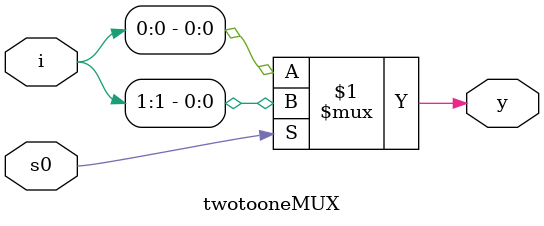
<source format=v>
module twotooneMUX(y,i,s0);
    input [1:0]i;
    input s0;
    output y;

    assign y=(s0?i[1]:i[0]);
endmodule


</source>
